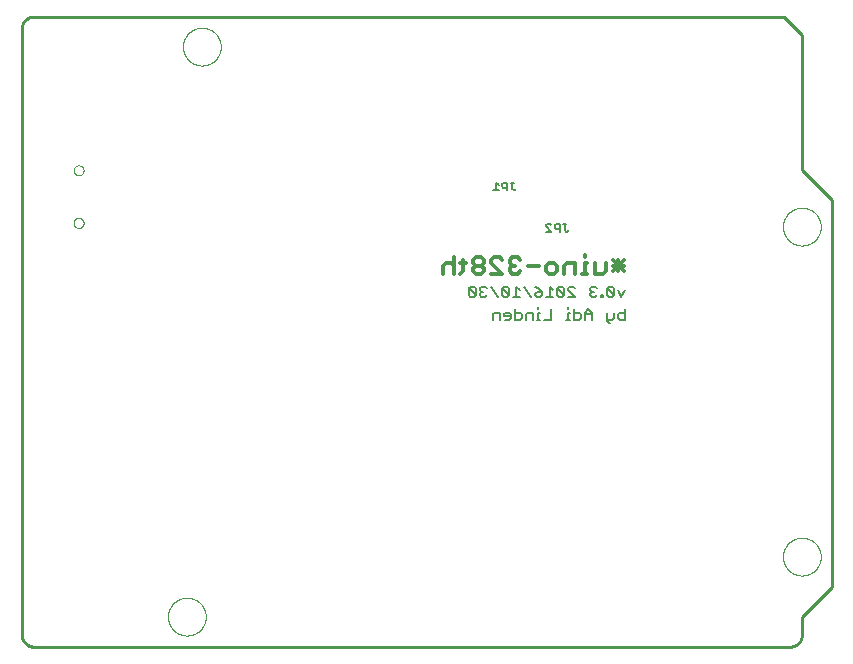
<source format=gbo>
G75*
%MOIN*%
%OFA0B0*%
%FSLAX25Y25*%
%IPPOS*%
%LPD*%
%AMOC8*
5,1,8,0,0,1.08239X$1,22.5*
%
%ADD10C,0.01000*%
%ADD11C,0.00000*%
%ADD12C,0.01200*%
%ADD13C,0.00500*%
%ADD14C,0.00600*%
D10*
X0006695Y0005737D02*
X0006695Y0207863D01*
X0006697Y0207987D01*
X0006703Y0208110D01*
X0006712Y0208234D01*
X0006726Y0208356D01*
X0006743Y0208479D01*
X0006765Y0208601D01*
X0006790Y0208722D01*
X0006819Y0208842D01*
X0006851Y0208961D01*
X0006888Y0209080D01*
X0006928Y0209197D01*
X0006971Y0209312D01*
X0007019Y0209427D01*
X0007070Y0209539D01*
X0007124Y0209650D01*
X0007182Y0209760D01*
X0007243Y0209867D01*
X0007308Y0209973D01*
X0007376Y0210076D01*
X0007447Y0210177D01*
X0007521Y0210276D01*
X0007598Y0210373D01*
X0007679Y0210467D01*
X0007762Y0210558D01*
X0007848Y0210647D01*
X0007937Y0210733D01*
X0008028Y0210816D01*
X0008122Y0210897D01*
X0008219Y0210974D01*
X0008318Y0211048D01*
X0008419Y0211119D01*
X0008522Y0211187D01*
X0008628Y0211252D01*
X0008735Y0211313D01*
X0008845Y0211371D01*
X0008956Y0211425D01*
X0009068Y0211476D01*
X0009183Y0211524D01*
X0009298Y0211567D01*
X0009415Y0211607D01*
X0009534Y0211644D01*
X0009653Y0211676D01*
X0009773Y0211705D01*
X0009894Y0211730D01*
X0010016Y0211752D01*
X0010139Y0211769D01*
X0010261Y0211783D01*
X0010385Y0211792D01*
X0010508Y0211798D01*
X0010632Y0211800D01*
X0260695Y0211800D01*
X0266695Y0205800D01*
X0266695Y0160800D01*
X0276695Y0150800D01*
X0276695Y0021800D01*
X0266695Y0011800D01*
X0266695Y0005737D01*
X0266693Y0005613D01*
X0266687Y0005490D01*
X0266678Y0005366D01*
X0266664Y0005244D01*
X0266647Y0005121D01*
X0266625Y0004999D01*
X0266600Y0004878D01*
X0266571Y0004758D01*
X0266539Y0004639D01*
X0266502Y0004520D01*
X0266462Y0004403D01*
X0266419Y0004288D01*
X0266371Y0004173D01*
X0266320Y0004061D01*
X0266266Y0003950D01*
X0266208Y0003840D01*
X0266147Y0003733D01*
X0266082Y0003627D01*
X0266014Y0003524D01*
X0265943Y0003423D01*
X0265869Y0003324D01*
X0265792Y0003227D01*
X0265711Y0003133D01*
X0265628Y0003042D01*
X0265542Y0002953D01*
X0265453Y0002867D01*
X0265362Y0002784D01*
X0265268Y0002703D01*
X0265171Y0002626D01*
X0265072Y0002552D01*
X0264971Y0002481D01*
X0264868Y0002413D01*
X0264762Y0002348D01*
X0264655Y0002287D01*
X0264545Y0002229D01*
X0264434Y0002175D01*
X0264322Y0002124D01*
X0264207Y0002076D01*
X0264092Y0002033D01*
X0263975Y0001993D01*
X0263856Y0001956D01*
X0263737Y0001924D01*
X0263617Y0001895D01*
X0263496Y0001870D01*
X0263374Y0001848D01*
X0263251Y0001831D01*
X0263129Y0001817D01*
X0263005Y0001808D01*
X0262882Y0001802D01*
X0262758Y0001800D01*
X0010632Y0001800D01*
X0010508Y0001802D01*
X0010385Y0001808D01*
X0010261Y0001817D01*
X0010139Y0001831D01*
X0010016Y0001848D01*
X0009894Y0001870D01*
X0009773Y0001895D01*
X0009653Y0001924D01*
X0009534Y0001956D01*
X0009415Y0001993D01*
X0009298Y0002033D01*
X0009183Y0002076D01*
X0009068Y0002124D01*
X0008956Y0002175D01*
X0008845Y0002229D01*
X0008735Y0002287D01*
X0008628Y0002348D01*
X0008522Y0002413D01*
X0008419Y0002481D01*
X0008318Y0002552D01*
X0008219Y0002626D01*
X0008122Y0002703D01*
X0008028Y0002784D01*
X0007937Y0002867D01*
X0007848Y0002953D01*
X0007762Y0003042D01*
X0007679Y0003133D01*
X0007598Y0003227D01*
X0007521Y0003324D01*
X0007447Y0003423D01*
X0007376Y0003524D01*
X0007308Y0003627D01*
X0007243Y0003733D01*
X0007182Y0003840D01*
X0007124Y0003950D01*
X0007070Y0004061D01*
X0007019Y0004173D01*
X0006971Y0004288D01*
X0006928Y0004403D01*
X0006888Y0004520D01*
X0006851Y0004639D01*
X0006819Y0004758D01*
X0006790Y0004878D01*
X0006765Y0004999D01*
X0006743Y0005121D01*
X0006726Y0005244D01*
X0006712Y0005366D01*
X0006703Y0005490D01*
X0006697Y0005613D01*
X0006695Y0005737D01*
D11*
X0055396Y0011800D02*
X0055398Y0011958D01*
X0055404Y0012116D01*
X0055414Y0012274D01*
X0055428Y0012432D01*
X0055446Y0012589D01*
X0055467Y0012746D01*
X0055493Y0012902D01*
X0055523Y0013058D01*
X0055556Y0013213D01*
X0055594Y0013366D01*
X0055635Y0013519D01*
X0055680Y0013671D01*
X0055729Y0013822D01*
X0055782Y0013971D01*
X0055838Y0014119D01*
X0055898Y0014265D01*
X0055962Y0014410D01*
X0056030Y0014553D01*
X0056101Y0014695D01*
X0056175Y0014835D01*
X0056253Y0014972D01*
X0056335Y0015108D01*
X0056419Y0015242D01*
X0056508Y0015373D01*
X0056599Y0015502D01*
X0056694Y0015629D01*
X0056791Y0015754D01*
X0056892Y0015876D01*
X0056996Y0015995D01*
X0057103Y0016112D01*
X0057213Y0016226D01*
X0057326Y0016337D01*
X0057441Y0016446D01*
X0057559Y0016551D01*
X0057680Y0016653D01*
X0057803Y0016753D01*
X0057929Y0016849D01*
X0058057Y0016942D01*
X0058187Y0017032D01*
X0058320Y0017118D01*
X0058455Y0017202D01*
X0058591Y0017281D01*
X0058730Y0017358D01*
X0058871Y0017430D01*
X0059013Y0017500D01*
X0059157Y0017565D01*
X0059303Y0017627D01*
X0059450Y0017685D01*
X0059599Y0017740D01*
X0059749Y0017791D01*
X0059900Y0017838D01*
X0060052Y0017881D01*
X0060205Y0017920D01*
X0060360Y0017956D01*
X0060515Y0017987D01*
X0060671Y0018015D01*
X0060827Y0018039D01*
X0060984Y0018059D01*
X0061142Y0018075D01*
X0061299Y0018087D01*
X0061458Y0018095D01*
X0061616Y0018099D01*
X0061774Y0018099D01*
X0061932Y0018095D01*
X0062091Y0018087D01*
X0062248Y0018075D01*
X0062406Y0018059D01*
X0062563Y0018039D01*
X0062719Y0018015D01*
X0062875Y0017987D01*
X0063030Y0017956D01*
X0063185Y0017920D01*
X0063338Y0017881D01*
X0063490Y0017838D01*
X0063641Y0017791D01*
X0063791Y0017740D01*
X0063940Y0017685D01*
X0064087Y0017627D01*
X0064233Y0017565D01*
X0064377Y0017500D01*
X0064519Y0017430D01*
X0064660Y0017358D01*
X0064799Y0017281D01*
X0064935Y0017202D01*
X0065070Y0017118D01*
X0065203Y0017032D01*
X0065333Y0016942D01*
X0065461Y0016849D01*
X0065587Y0016753D01*
X0065710Y0016653D01*
X0065831Y0016551D01*
X0065949Y0016446D01*
X0066064Y0016337D01*
X0066177Y0016226D01*
X0066287Y0016112D01*
X0066394Y0015995D01*
X0066498Y0015876D01*
X0066599Y0015754D01*
X0066696Y0015629D01*
X0066791Y0015502D01*
X0066882Y0015373D01*
X0066971Y0015242D01*
X0067055Y0015108D01*
X0067137Y0014972D01*
X0067215Y0014835D01*
X0067289Y0014695D01*
X0067360Y0014553D01*
X0067428Y0014410D01*
X0067492Y0014265D01*
X0067552Y0014119D01*
X0067608Y0013971D01*
X0067661Y0013822D01*
X0067710Y0013671D01*
X0067755Y0013519D01*
X0067796Y0013366D01*
X0067834Y0013213D01*
X0067867Y0013058D01*
X0067897Y0012902D01*
X0067923Y0012746D01*
X0067944Y0012589D01*
X0067962Y0012432D01*
X0067976Y0012274D01*
X0067986Y0012116D01*
X0067992Y0011958D01*
X0067994Y0011800D01*
X0067992Y0011642D01*
X0067986Y0011484D01*
X0067976Y0011326D01*
X0067962Y0011168D01*
X0067944Y0011011D01*
X0067923Y0010854D01*
X0067897Y0010698D01*
X0067867Y0010542D01*
X0067834Y0010387D01*
X0067796Y0010234D01*
X0067755Y0010081D01*
X0067710Y0009929D01*
X0067661Y0009778D01*
X0067608Y0009629D01*
X0067552Y0009481D01*
X0067492Y0009335D01*
X0067428Y0009190D01*
X0067360Y0009047D01*
X0067289Y0008905D01*
X0067215Y0008765D01*
X0067137Y0008628D01*
X0067055Y0008492D01*
X0066971Y0008358D01*
X0066882Y0008227D01*
X0066791Y0008098D01*
X0066696Y0007971D01*
X0066599Y0007846D01*
X0066498Y0007724D01*
X0066394Y0007605D01*
X0066287Y0007488D01*
X0066177Y0007374D01*
X0066064Y0007263D01*
X0065949Y0007154D01*
X0065831Y0007049D01*
X0065710Y0006947D01*
X0065587Y0006847D01*
X0065461Y0006751D01*
X0065333Y0006658D01*
X0065203Y0006568D01*
X0065070Y0006482D01*
X0064935Y0006398D01*
X0064799Y0006319D01*
X0064660Y0006242D01*
X0064519Y0006170D01*
X0064377Y0006100D01*
X0064233Y0006035D01*
X0064087Y0005973D01*
X0063940Y0005915D01*
X0063791Y0005860D01*
X0063641Y0005809D01*
X0063490Y0005762D01*
X0063338Y0005719D01*
X0063185Y0005680D01*
X0063030Y0005644D01*
X0062875Y0005613D01*
X0062719Y0005585D01*
X0062563Y0005561D01*
X0062406Y0005541D01*
X0062248Y0005525D01*
X0062091Y0005513D01*
X0061932Y0005505D01*
X0061774Y0005501D01*
X0061616Y0005501D01*
X0061458Y0005505D01*
X0061299Y0005513D01*
X0061142Y0005525D01*
X0060984Y0005541D01*
X0060827Y0005561D01*
X0060671Y0005585D01*
X0060515Y0005613D01*
X0060360Y0005644D01*
X0060205Y0005680D01*
X0060052Y0005719D01*
X0059900Y0005762D01*
X0059749Y0005809D01*
X0059599Y0005860D01*
X0059450Y0005915D01*
X0059303Y0005973D01*
X0059157Y0006035D01*
X0059013Y0006100D01*
X0058871Y0006170D01*
X0058730Y0006242D01*
X0058591Y0006319D01*
X0058455Y0006398D01*
X0058320Y0006482D01*
X0058187Y0006568D01*
X0058057Y0006658D01*
X0057929Y0006751D01*
X0057803Y0006847D01*
X0057680Y0006947D01*
X0057559Y0007049D01*
X0057441Y0007154D01*
X0057326Y0007263D01*
X0057213Y0007374D01*
X0057103Y0007488D01*
X0056996Y0007605D01*
X0056892Y0007724D01*
X0056791Y0007846D01*
X0056694Y0007971D01*
X0056599Y0008098D01*
X0056508Y0008227D01*
X0056419Y0008358D01*
X0056335Y0008492D01*
X0056253Y0008628D01*
X0056175Y0008765D01*
X0056101Y0008905D01*
X0056030Y0009047D01*
X0055962Y0009190D01*
X0055898Y0009335D01*
X0055838Y0009481D01*
X0055782Y0009629D01*
X0055729Y0009778D01*
X0055680Y0009929D01*
X0055635Y0010081D01*
X0055594Y0010234D01*
X0055556Y0010387D01*
X0055523Y0010542D01*
X0055493Y0010698D01*
X0055467Y0010854D01*
X0055446Y0011011D01*
X0055428Y0011168D01*
X0055414Y0011326D01*
X0055404Y0011484D01*
X0055398Y0011642D01*
X0055396Y0011800D01*
X0023940Y0143040D02*
X0023942Y0143121D01*
X0023948Y0143203D01*
X0023958Y0143284D01*
X0023972Y0143364D01*
X0023989Y0143443D01*
X0024011Y0143522D01*
X0024036Y0143599D01*
X0024065Y0143676D01*
X0024098Y0143750D01*
X0024135Y0143823D01*
X0024174Y0143894D01*
X0024218Y0143963D01*
X0024264Y0144030D01*
X0024314Y0144094D01*
X0024367Y0144156D01*
X0024423Y0144216D01*
X0024481Y0144272D01*
X0024543Y0144326D01*
X0024607Y0144377D01*
X0024673Y0144424D01*
X0024741Y0144468D01*
X0024812Y0144509D01*
X0024884Y0144546D01*
X0024959Y0144580D01*
X0025034Y0144610D01*
X0025112Y0144636D01*
X0025190Y0144659D01*
X0025269Y0144677D01*
X0025349Y0144692D01*
X0025430Y0144703D01*
X0025511Y0144710D01*
X0025593Y0144713D01*
X0025674Y0144712D01*
X0025755Y0144707D01*
X0025836Y0144698D01*
X0025917Y0144685D01*
X0025997Y0144668D01*
X0026075Y0144648D01*
X0026153Y0144623D01*
X0026230Y0144595D01*
X0026305Y0144563D01*
X0026378Y0144528D01*
X0026449Y0144489D01*
X0026519Y0144446D01*
X0026586Y0144401D01*
X0026652Y0144352D01*
X0026714Y0144300D01*
X0026774Y0144244D01*
X0026831Y0144186D01*
X0026886Y0144126D01*
X0026937Y0144062D01*
X0026985Y0143997D01*
X0027030Y0143929D01*
X0027072Y0143859D01*
X0027110Y0143787D01*
X0027145Y0143713D01*
X0027176Y0143638D01*
X0027203Y0143561D01*
X0027226Y0143483D01*
X0027246Y0143404D01*
X0027262Y0143324D01*
X0027274Y0143243D01*
X0027282Y0143162D01*
X0027286Y0143081D01*
X0027286Y0142999D01*
X0027282Y0142918D01*
X0027274Y0142837D01*
X0027262Y0142756D01*
X0027246Y0142676D01*
X0027226Y0142597D01*
X0027203Y0142519D01*
X0027176Y0142442D01*
X0027145Y0142367D01*
X0027110Y0142293D01*
X0027072Y0142221D01*
X0027030Y0142151D01*
X0026985Y0142083D01*
X0026937Y0142018D01*
X0026886Y0141954D01*
X0026831Y0141894D01*
X0026774Y0141836D01*
X0026714Y0141780D01*
X0026652Y0141728D01*
X0026586Y0141679D01*
X0026519Y0141634D01*
X0026450Y0141591D01*
X0026378Y0141552D01*
X0026305Y0141517D01*
X0026230Y0141485D01*
X0026153Y0141457D01*
X0026075Y0141432D01*
X0025997Y0141412D01*
X0025917Y0141395D01*
X0025836Y0141382D01*
X0025755Y0141373D01*
X0025674Y0141368D01*
X0025593Y0141367D01*
X0025511Y0141370D01*
X0025430Y0141377D01*
X0025349Y0141388D01*
X0025269Y0141403D01*
X0025190Y0141421D01*
X0025112Y0141444D01*
X0025034Y0141470D01*
X0024959Y0141500D01*
X0024884Y0141534D01*
X0024812Y0141571D01*
X0024741Y0141612D01*
X0024673Y0141656D01*
X0024607Y0141703D01*
X0024543Y0141754D01*
X0024481Y0141808D01*
X0024423Y0141864D01*
X0024367Y0141924D01*
X0024314Y0141986D01*
X0024264Y0142050D01*
X0024218Y0142117D01*
X0024174Y0142186D01*
X0024135Y0142257D01*
X0024098Y0142330D01*
X0024065Y0142404D01*
X0024036Y0142481D01*
X0024011Y0142558D01*
X0023989Y0142637D01*
X0023972Y0142716D01*
X0023958Y0142796D01*
X0023948Y0142877D01*
X0023942Y0142959D01*
X0023940Y0143040D01*
X0023940Y0160560D02*
X0023942Y0160641D01*
X0023948Y0160723D01*
X0023958Y0160804D01*
X0023972Y0160884D01*
X0023989Y0160963D01*
X0024011Y0161042D01*
X0024036Y0161119D01*
X0024065Y0161196D01*
X0024098Y0161270D01*
X0024135Y0161343D01*
X0024174Y0161414D01*
X0024218Y0161483D01*
X0024264Y0161550D01*
X0024314Y0161614D01*
X0024367Y0161676D01*
X0024423Y0161736D01*
X0024481Y0161792D01*
X0024543Y0161846D01*
X0024607Y0161897D01*
X0024673Y0161944D01*
X0024741Y0161988D01*
X0024812Y0162029D01*
X0024884Y0162066D01*
X0024959Y0162100D01*
X0025034Y0162130D01*
X0025112Y0162156D01*
X0025190Y0162179D01*
X0025269Y0162197D01*
X0025349Y0162212D01*
X0025430Y0162223D01*
X0025511Y0162230D01*
X0025593Y0162233D01*
X0025674Y0162232D01*
X0025755Y0162227D01*
X0025836Y0162218D01*
X0025917Y0162205D01*
X0025997Y0162188D01*
X0026075Y0162168D01*
X0026153Y0162143D01*
X0026230Y0162115D01*
X0026305Y0162083D01*
X0026378Y0162048D01*
X0026449Y0162009D01*
X0026519Y0161966D01*
X0026586Y0161921D01*
X0026652Y0161872D01*
X0026714Y0161820D01*
X0026774Y0161764D01*
X0026831Y0161706D01*
X0026886Y0161646D01*
X0026937Y0161582D01*
X0026985Y0161517D01*
X0027030Y0161449D01*
X0027072Y0161379D01*
X0027110Y0161307D01*
X0027145Y0161233D01*
X0027176Y0161158D01*
X0027203Y0161081D01*
X0027226Y0161003D01*
X0027246Y0160924D01*
X0027262Y0160844D01*
X0027274Y0160763D01*
X0027282Y0160682D01*
X0027286Y0160601D01*
X0027286Y0160519D01*
X0027282Y0160438D01*
X0027274Y0160357D01*
X0027262Y0160276D01*
X0027246Y0160196D01*
X0027226Y0160117D01*
X0027203Y0160039D01*
X0027176Y0159962D01*
X0027145Y0159887D01*
X0027110Y0159813D01*
X0027072Y0159741D01*
X0027030Y0159671D01*
X0026985Y0159603D01*
X0026937Y0159538D01*
X0026886Y0159474D01*
X0026831Y0159414D01*
X0026774Y0159356D01*
X0026714Y0159300D01*
X0026652Y0159248D01*
X0026586Y0159199D01*
X0026519Y0159154D01*
X0026450Y0159111D01*
X0026378Y0159072D01*
X0026305Y0159037D01*
X0026230Y0159005D01*
X0026153Y0158977D01*
X0026075Y0158952D01*
X0025997Y0158932D01*
X0025917Y0158915D01*
X0025836Y0158902D01*
X0025755Y0158893D01*
X0025674Y0158888D01*
X0025593Y0158887D01*
X0025511Y0158890D01*
X0025430Y0158897D01*
X0025349Y0158908D01*
X0025269Y0158923D01*
X0025190Y0158941D01*
X0025112Y0158964D01*
X0025034Y0158990D01*
X0024959Y0159020D01*
X0024884Y0159054D01*
X0024812Y0159091D01*
X0024741Y0159132D01*
X0024673Y0159176D01*
X0024607Y0159223D01*
X0024543Y0159274D01*
X0024481Y0159328D01*
X0024423Y0159384D01*
X0024367Y0159444D01*
X0024314Y0159506D01*
X0024264Y0159570D01*
X0024218Y0159637D01*
X0024174Y0159706D01*
X0024135Y0159777D01*
X0024098Y0159850D01*
X0024065Y0159924D01*
X0024036Y0160001D01*
X0024011Y0160078D01*
X0023989Y0160157D01*
X0023972Y0160236D01*
X0023958Y0160316D01*
X0023948Y0160397D01*
X0023942Y0160479D01*
X0023940Y0160560D01*
X0060396Y0201800D02*
X0060398Y0201958D01*
X0060404Y0202116D01*
X0060414Y0202274D01*
X0060428Y0202432D01*
X0060446Y0202589D01*
X0060467Y0202746D01*
X0060493Y0202902D01*
X0060523Y0203058D01*
X0060556Y0203213D01*
X0060594Y0203366D01*
X0060635Y0203519D01*
X0060680Y0203671D01*
X0060729Y0203822D01*
X0060782Y0203971D01*
X0060838Y0204119D01*
X0060898Y0204265D01*
X0060962Y0204410D01*
X0061030Y0204553D01*
X0061101Y0204695D01*
X0061175Y0204835D01*
X0061253Y0204972D01*
X0061335Y0205108D01*
X0061419Y0205242D01*
X0061508Y0205373D01*
X0061599Y0205502D01*
X0061694Y0205629D01*
X0061791Y0205754D01*
X0061892Y0205876D01*
X0061996Y0205995D01*
X0062103Y0206112D01*
X0062213Y0206226D01*
X0062326Y0206337D01*
X0062441Y0206446D01*
X0062559Y0206551D01*
X0062680Y0206653D01*
X0062803Y0206753D01*
X0062929Y0206849D01*
X0063057Y0206942D01*
X0063187Y0207032D01*
X0063320Y0207118D01*
X0063455Y0207202D01*
X0063591Y0207281D01*
X0063730Y0207358D01*
X0063871Y0207430D01*
X0064013Y0207500D01*
X0064157Y0207565D01*
X0064303Y0207627D01*
X0064450Y0207685D01*
X0064599Y0207740D01*
X0064749Y0207791D01*
X0064900Y0207838D01*
X0065052Y0207881D01*
X0065205Y0207920D01*
X0065360Y0207956D01*
X0065515Y0207987D01*
X0065671Y0208015D01*
X0065827Y0208039D01*
X0065984Y0208059D01*
X0066142Y0208075D01*
X0066299Y0208087D01*
X0066458Y0208095D01*
X0066616Y0208099D01*
X0066774Y0208099D01*
X0066932Y0208095D01*
X0067091Y0208087D01*
X0067248Y0208075D01*
X0067406Y0208059D01*
X0067563Y0208039D01*
X0067719Y0208015D01*
X0067875Y0207987D01*
X0068030Y0207956D01*
X0068185Y0207920D01*
X0068338Y0207881D01*
X0068490Y0207838D01*
X0068641Y0207791D01*
X0068791Y0207740D01*
X0068940Y0207685D01*
X0069087Y0207627D01*
X0069233Y0207565D01*
X0069377Y0207500D01*
X0069519Y0207430D01*
X0069660Y0207358D01*
X0069799Y0207281D01*
X0069935Y0207202D01*
X0070070Y0207118D01*
X0070203Y0207032D01*
X0070333Y0206942D01*
X0070461Y0206849D01*
X0070587Y0206753D01*
X0070710Y0206653D01*
X0070831Y0206551D01*
X0070949Y0206446D01*
X0071064Y0206337D01*
X0071177Y0206226D01*
X0071287Y0206112D01*
X0071394Y0205995D01*
X0071498Y0205876D01*
X0071599Y0205754D01*
X0071696Y0205629D01*
X0071791Y0205502D01*
X0071882Y0205373D01*
X0071971Y0205242D01*
X0072055Y0205108D01*
X0072137Y0204972D01*
X0072215Y0204835D01*
X0072289Y0204695D01*
X0072360Y0204553D01*
X0072428Y0204410D01*
X0072492Y0204265D01*
X0072552Y0204119D01*
X0072608Y0203971D01*
X0072661Y0203822D01*
X0072710Y0203671D01*
X0072755Y0203519D01*
X0072796Y0203366D01*
X0072834Y0203213D01*
X0072867Y0203058D01*
X0072897Y0202902D01*
X0072923Y0202746D01*
X0072944Y0202589D01*
X0072962Y0202432D01*
X0072976Y0202274D01*
X0072986Y0202116D01*
X0072992Y0201958D01*
X0072994Y0201800D01*
X0072992Y0201642D01*
X0072986Y0201484D01*
X0072976Y0201326D01*
X0072962Y0201168D01*
X0072944Y0201011D01*
X0072923Y0200854D01*
X0072897Y0200698D01*
X0072867Y0200542D01*
X0072834Y0200387D01*
X0072796Y0200234D01*
X0072755Y0200081D01*
X0072710Y0199929D01*
X0072661Y0199778D01*
X0072608Y0199629D01*
X0072552Y0199481D01*
X0072492Y0199335D01*
X0072428Y0199190D01*
X0072360Y0199047D01*
X0072289Y0198905D01*
X0072215Y0198765D01*
X0072137Y0198628D01*
X0072055Y0198492D01*
X0071971Y0198358D01*
X0071882Y0198227D01*
X0071791Y0198098D01*
X0071696Y0197971D01*
X0071599Y0197846D01*
X0071498Y0197724D01*
X0071394Y0197605D01*
X0071287Y0197488D01*
X0071177Y0197374D01*
X0071064Y0197263D01*
X0070949Y0197154D01*
X0070831Y0197049D01*
X0070710Y0196947D01*
X0070587Y0196847D01*
X0070461Y0196751D01*
X0070333Y0196658D01*
X0070203Y0196568D01*
X0070070Y0196482D01*
X0069935Y0196398D01*
X0069799Y0196319D01*
X0069660Y0196242D01*
X0069519Y0196170D01*
X0069377Y0196100D01*
X0069233Y0196035D01*
X0069087Y0195973D01*
X0068940Y0195915D01*
X0068791Y0195860D01*
X0068641Y0195809D01*
X0068490Y0195762D01*
X0068338Y0195719D01*
X0068185Y0195680D01*
X0068030Y0195644D01*
X0067875Y0195613D01*
X0067719Y0195585D01*
X0067563Y0195561D01*
X0067406Y0195541D01*
X0067248Y0195525D01*
X0067091Y0195513D01*
X0066932Y0195505D01*
X0066774Y0195501D01*
X0066616Y0195501D01*
X0066458Y0195505D01*
X0066299Y0195513D01*
X0066142Y0195525D01*
X0065984Y0195541D01*
X0065827Y0195561D01*
X0065671Y0195585D01*
X0065515Y0195613D01*
X0065360Y0195644D01*
X0065205Y0195680D01*
X0065052Y0195719D01*
X0064900Y0195762D01*
X0064749Y0195809D01*
X0064599Y0195860D01*
X0064450Y0195915D01*
X0064303Y0195973D01*
X0064157Y0196035D01*
X0064013Y0196100D01*
X0063871Y0196170D01*
X0063730Y0196242D01*
X0063591Y0196319D01*
X0063455Y0196398D01*
X0063320Y0196482D01*
X0063187Y0196568D01*
X0063057Y0196658D01*
X0062929Y0196751D01*
X0062803Y0196847D01*
X0062680Y0196947D01*
X0062559Y0197049D01*
X0062441Y0197154D01*
X0062326Y0197263D01*
X0062213Y0197374D01*
X0062103Y0197488D01*
X0061996Y0197605D01*
X0061892Y0197724D01*
X0061791Y0197846D01*
X0061694Y0197971D01*
X0061599Y0198098D01*
X0061508Y0198227D01*
X0061419Y0198358D01*
X0061335Y0198492D01*
X0061253Y0198628D01*
X0061175Y0198765D01*
X0061101Y0198905D01*
X0061030Y0199047D01*
X0060962Y0199190D01*
X0060898Y0199335D01*
X0060838Y0199481D01*
X0060782Y0199629D01*
X0060729Y0199778D01*
X0060680Y0199929D01*
X0060635Y0200081D01*
X0060594Y0200234D01*
X0060556Y0200387D01*
X0060523Y0200542D01*
X0060493Y0200698D01*
X0060467Y0200854D01*
X0060446Y0201011D01*
X0060428Y0201168D01*
X0060414Y0201326D01*
X0060404Y0201484D01*
X0060398Y0201642D01*
X0060396Y0201800D01*
X0260396Y0141800D02*
X0260398Y0141958D01*
X0260404Y0142116D01*
X0260414Y0142274D01*
X0260428Y0142432D01*
X0260446Y0142589D01*
X0260467Y0142746D01*
X0260493Y0142902D01*
X0260523Y0143058D01*
X0260556Y0143213D01*
X0260594Y0143366D01*
X0260635Y0143519D01*
X0260680Y0143671D01*
X0260729Y0143822D01*
X0260782Y0143971D01*
X0260838Y0144119D01*
X0260898Y0144265D01*
X0260962Y0144410D01*
X0261030Y0144553D01*
X0261101Y0144695D01*
X0261175Y0144835D01*
X0261253Y0144972D01*
X0261335Y0145108D01*
X0261419Y0145242D01*
X0261508Y0145373D01*
X0261599Y0145502D01*
X0261694Y0145629D01*
X0261791Y0145754D01*
X0261892Y0145876D01*
X0261996Y0145995D01*
X0262103Y0146112D01*
X0262213Y0146226D01*
X0262326Y0146337D01*
X0262441Y0146446D01*
X0262559Y0146551D01*
X0262680Y0146653D01*
X0262803Y0146753D01*
X0262929Y0146849D01*
X0263057Y0146942D01*
X0263187Y0147032D01*
X0263320Y0147118D01*
X0263455Y0147202D01*
X0263591Y0147281D01*
X0263730Y0147358D01*
X0263871Y0147430D01*
X0264013Y0147500D01*
X0264157Y0147565D01*
X0264303Y0147627D01*
X0264450Y0147685D01*
X0264599Y0147740D01*
X0264749Y0147791D01*
X0264900Y0147838D01*
X0265052Y0147881D01*
X0265205Y0147920D01*
X0265360Y0147956D01*
X0265515Y0147987D01*
X0265671Y0148015D01*
X0265827Y0148039D01*
X0265984Y0148059D01*
X0266142Y0148075D01*
X0266299Y0148087D01*
X0266458Y0148095D01*
X0266616Y0148099D01*
X0266774Y0148099D01*
X0266932Y0148095D01*
X0267091Y0148087D01*
X0267248Y0148075D01*
X0267406Y0148059D01*
X0267563Y0148039D01*
X0267719Y0148015D01*
X0267875Y0147987D01*
X0268030Y0147956D01*
X0268185Y0147920D01*
X0268338Y0147881D01*
X0268490Y0147838D01*
X0268641Y0147791D01*
X0268791Y0147740D01*
X0268940Y0147685D01*
X0269087Y0147627D01*
X0269233Y0147565D01*
X0269377Y0147500D01*
X0269519Y0147430D01*
X0269660Y0147358D01*
X0269799Y0147281D01*
X0269935Y0147202D01*
X0270070Y0147118D01*
X0270203Y0147032D01*
X0270333Y0146942D01*
X0270461Y0146849D01*
X0270587Y0146753D01*
X0270710Y0146653D01*
X0270831Y0146551D01*
X0270949Y0146446D01*
X0271064Y0146337D01*
X0271177Y0146226D01*
X0271287Y0146112D01*
X0271394Y0145995D01*
X0271498Y0145876D01*
X0271599Y0145754D01*
X0271696Y0145629D01*
X0271791Y0145502D01*
X0271882Y0145373D01*
X0271971Y0145242D01*
X0272055Y0145108D01*
X0272137Y0144972D01*
X0272215Y0144835D01*
X0272289Y0144695D01*
X0272360Y0144553D01*
X0272428Y0144410D01*
X0272492Y0144265D01*
X0272552Y0144119D01*
X0272608Y0143971D01*
X0272661Y0143822D01*
X0272710Y0143671D01*
X0272755Y0143519D01*
X0272796Y0143366D01*
X0272834Y0143213D01*
X0272867Y0143058D01*
X0272897Y0142902D01*
X0272923Y0142746D01*
X0272944Y0142589D01*
X0272962Y0142432D01*
X0272976Y0142274D01*
X0272986Y0142116D01*
X0272992Y0141958D01*
X0272994Y0141800D01*
X0272992Y0141642D01*
X0272986Y0141484D01*
X0272976Y0141326D01*
X0272962Y0141168D01*
X0272944Y0141011D01*
X0272923Y0140854D01*
X0272897Y0140698D01*
X0272867Y0140542D01*
X0272834Y0140387D01*
X0272796Y0140234D01*
X0272755Y0140081D01*
X0272710Y0139929D01*
X0272661Y0139778D01*
X0272608Y0139629D01*
X0272552Y0139481D01*
X0272492Y0139335D01*
X0272428Y0139190D01*
X0272360Y0139047D01*
X0272289Y0138905D01*
X0272215Y0138765D01*
X0272137Y0138628D01*
X0272055Y0138492D01*
X0271971Y0138358D01*
X0271882Y0138227D01*
X0271791Y0138098D01*
X0271696Y0137971D01*
X0271599Y0137846D01*
X0271498Y0137724D01*
X0271394Y0137605D01*
X0271287Y0137488D01*
X0271177Y0137374D01*
X0271064Y0137263D01*
X0270949Y0137154D01*
X0270831Y0137049D01*
X0270710Y0136947D01*
X0270587Y0136847D01*
X0270461Y0136751D01*
X0270333Y0136658D01*
X0270203Y0136568D01*
X0270070Y0136482D01*
X0269935Y0136398D01*
X0269799Y0136319D01*
X0269660Y0136242D01*
X0269519Y0136170D01*
X0269377Y0136100D01*
X0269233Y0136035D01*
X0269087Y0135973D01*
X0268940Y0135915D01*
X0268791Y0135860D01*
X0268641Y0135809D01*
X0268490Y0135762D01*
X0268338Y0135719D01*
X0268185Y0135680D01*
X0268030Y0135644D01*
X0267875Y0135613D01*
X0267719Y0135585D01*
X0267563Y0135561D01*
X0267406Y0135541D01*
X0267248Y0135525D01*
X0267091Y0135513D01*
X0266932Y0135505D01*
X0266774Y0135501D01*
X0266616Y0135501D01*
X0266458Y0135505D01*
X0266299Y0135513D01*
X0266142Y0135525D01*
X0265984Y0135541D01*
X0265827Y0135561D01*
X0265671Y0135585D01*
X0265515Y0135613D01*
X0265360Y0135644D01*
X0265205Y0135680D01*
X0265052Y0135719D01*
X0264900Y0135762D01*
X0264749Y0135809D01*
X0264599Y0135860D01*
X0264450Y0135915D01*
X0264303Y0135973D01*
X0264157Y0136035D01*
X0264013Y0136100D01*
X0263871Y0136170D01*
X0263730Y0136242D01*
X0263591Y0136319D01*
X0263455Y0136398D01*
X0263320Y0136482D01*
X0263187Y0136568D01*
X0263057Y0136658D01*
X0262929Y0136751D01*
X0262803Y0136847D01*
X0262680Y0136947D01*
X0262559Y0137049D01*
X0262441Y0137154D01*
X0262326Y0137263D01*
X0262213Y0137374D01*
X0262103Y0137488D01*
X0261996Y0137605D01*
X0261892Y0137724D01*
X0261791Y0137846D01*
X0261694Y0137971D01*
X0261599Y0138098D01*
X0261508Y0138227D01*
X0261419Y0138358D01*
X0261335Y0138492D01*
X0261253Y0138628D01*
X0261175Y0138765D01*
X0261101Y0138905D01*
X0261030Y0139047D01*
X0260962Y0139190D01*
X0260898Y0139335D01*
X0260838Y0139481D01*
X0260782Y0139629D01*
X0260729Y0139778D01*
X0260680Y0139929D01*
X0260635Y0140081D01*
X0260594Y0140234D01*
X0260556Y0140387D01*
X0260523Y0140542D01*
X0260493Y0140698D01*
X0260467Y0140854D01*
X0260446Y0141011D01*
X0260428Y0141168D01*
X0260414Y0141326D01*
X0260404Y0141484D01*
X0260398Y0141642D01*
X0260396Y0141800D01*
X0260396Y0031800D02*
X0260398Y0031958D01*
X0260404Y0032116D01*
X0260414Y0032274D01*
X0260428Y0032432D01*
X0260446Y0032589D01*
X0260467Y0032746D01*
X0260493Y0032902D01*
X0260523Y0033058D01*
X0260556Y0033213D01*
X0260594Y0033366D01*
X0260635Y0033519D01*
X0260680Y0033671D01*
X0260729Y0033822D01*
X0260782Y0033971D01*
X0260838Y0034119D01*
X0260898Y0034265D01*
X0260962Y0034410D01*
X0261030Y0034553D01*
X0261101Y0034695D01*
X0261175Y0034835D01*
X0261253Y0034972D01*
X0261335Y0035108D01*
X0261419Y0035242D01*
X0261508Y0035373D01*
X0261599Y0035502D01*
X0261694Y0035629D01*
X0261791Y0035754D01*
X0261892Y0035876D01*
X0261996Y0035995D01*
X0262103Y0036112D01*
X0262213Y0036226D01*
X0262326Y0036337D01*
X0262441Y0036446D01*
X0262559Y0036551D01*
X0262680Y0036653D01*
X0262803Y0036753D01*
X0262929Y0036849D01*
X0263057Y0036942D01*
X0263187Y0037032D01*
X0263320Y0037118D01*
X0263455Y0037202D01*
X0263591Y0037281D01*
X0263730Y0037358D01*
X0263871Y0037430D01*
X0264013Y0037500D01*
X0264157Y0037565D01*
X0264303Y0037627D01*
X0264450Y0037685D01*
X0264599Y0037740D01*
X0264749Y0037791D01*
X0264900Y0037838D01*
X0265052Y0037881D01*
X0265205Y0037920D01*
X0265360Y0037956D01*
X0265515Y0037987D01*
X0265671Y0038015D01*
X0265827Y0038039D01*
X0265984Y0038059D01*
X0266142Y0038075D01*
X0266299Y0038087D01*
X0266458Y0038095D01*
X0266616Y0038099D01*
X0266774Y0038099D01*
X0266932Y0038095D01*
X0267091Y0038087D01*
X0267248Y0038075D01*
X0267406Y0038059D01*
X0267563Y0038039D01*
X0267719Y0038015D01*
X0267875Y0037987D01*
X0268030Y0037956D01*
X0268185Y0037920D01*
X0268338Y0037881D01*
X0268490Y0037838D01*
X0268641Y0037791D01*
X0268791Y0037740D01*
X0268940Y0037685D01*
X0269087Y0037627D01*
X0269233Y0037565D01*
X0269377Y0037500D01*
X0269519Y0037430D01*
X0269660Y0037358D01*
X0269799Y0037281D01*
X0269935Y0037202D01*
X0270070Y0037118D01*
X0270203Y0037032D01*
X0270333Y0036942D01*
X0270461Y0036849D01*
X0270587Y0036753D01*
X0270710Y0036653D01*
X0270831Y0036551D01*
X0270949Y0036446D01*
X0271064Y0036337D01*
X0271177Y0036226D01*
X0271287Y0036112D01*
X0271394Y0035995D01*
X0271498Y0035876D01*
X0271599Y0035754D01*
X0271696Y0035629D01*
X0271791Y0035502D01*
X0271882Y0035373D01*
X0271971Y0035242D01*
X0272055Y0035108D01*
X0272137Y0034972D01*
X0272215Y0034835D01*
X0272289Y0034695D01*
X0272360Y0034553D01*
X0272428Y0034410D01*
X0272492Y0034265D01*
X0272552Y0034119D01*
X0272608Y0033971D01*
X0272661Y0033822D01*
X0272710Y0033671D01*
X0272755Y0033519D01*
X0272796Y0033366D01*
X0272834Y0033213D01*
X0272867Y0033058D01*
X0272897Y0032902D01*
X0272923Y0032746D01*
X0272944Y0032589D01*
X0272962Y0032432D01*
X0272976Y0032274D01*
X0272986Y0032116D01*
X0272992Y0031958D01*
X0272994Y0031800D01*
X0272992Y0031642D01*
X0272986Y0031484D01*
X0272976Y0031326D01*
X0272962Y0031168D01*
X0272944Y0031011D01*
X0272923Y0030854D01*
X0272897Y0030698D01*
X0272867Y0030542D01*
X0272834Y0030387D01*
X0272796Y0030234D01*
X0272755Y0030081D01*
X0272710Y0029929D01*
X0272661Y0029778D01*
X0272608Y0029629D01*
X0272552Y0029481D01*
X0272492Y0029335D01*
X0272428Y0029190D01*
X0272360Y0029047D01*
X0272289Y0028905D01*
X0272215Y0028765D01*
X0272137Y0028628D01*
X0272055Y0028492D01*
X0271971Y0028358D01*
X0271882Y0028227D01*
X0271791Y0028098D01*
X0271696Y0027971D01*
X0271599Y0027846D01*
X0271498Y0027724D01*
X0271394Y0027605D01*
X0271287Y0027488D01*
X0271177Y0027374D01*
X0271064Y0027263D01*
X0270949Y0027154D01*
X0270831Y0027049D01*
X0270710Y0026947D01*
X0270587Y0026847D01*
X0270461Y0026751D01*
X0270333Y0026658D01*
X0270203Y0026568D01*
X0270070Y0026482D01*
X0269935Y0026398D01*
X0269799Y0026319D01*
X0269660Y0026242D01*
X0269519Y0026170D01*
X0269377Y0026100D01*
X0269233Y0026035D01*
X0269087Y0025973D01*
X0268940Y0025915D01*
X0268791Y0025860D01*
X0268641Y0025809D01*
X0268490Y0025762D01*
X0268338Y0025719D01*
X0268185Y0025680D01*
X0268030Y0025644D01*
X0267875Y0025613D01*
X0267719Y0025585D01*
X0267563Y0025561D01*
X0267406Y0025541D01*
X0267248Y0025525D01*
X0267091Y0025513D01*
X0266932Y0025505D01*
X0266774Y0025501D01*
X0266616Y0025501D01*
X0266458Y0025505D01*
X0266299Y0025513D01*
X0266142Y0025525D01*
X0265984Y0025541D01*
X0265827Y0025561D01*
X0265671Y0025585D01*
X0265515Y0025613D01*
X0265360Y0025644D01*
X0265205Y0025680D01*
X0265052Y0025719D01*
X0264900Y0025762D01*
X0264749Y0025809D01*
X0264599Y0025860D01*
X0264450Y0025915D01*
X0264303Y0025973D01*
X0264157Y0026035D01*
X0264013Y0026100D01*
X0263871Y0026170D01*
X0263730Y0026242D01*
X0263591Y0026319D01*
X0263455Y0026398D01*
X0263320Y0026482D01*
X0263187Y0026568D01*
X0263057Y0026658D01*
X0262929Y0026751D01*
X0262803Y0026847D01*
X0262680Y0026947D01*
X0262559Y0027049D01*
X0262441Y0027154D01*
X0262326Y0027263D01*
X0262213Y0027374D01*
X0262103Y0027488D01*
X0261996Y0027605D01*
X0261892Y0027724D01*
X0261791Y0027846D01*
X0261694Y0027971D01*
X0261599Y0028098D01*
X0261508Y0028227D01*
X0261419Y0028358D01*
X0261335Y0028492D01*
X0261253Y0028628D01*
X0261175Y0028765D01*
X0261101Y0028905D01*
X0261030Y0029047D01*
X0260962Y0029190D01*
X0260898Y0029335D01*
X0260838Y0029481D01*
X0260782Y0029629D01*
X0260729Y0029778D01*
X0260680Y0029929D01*
X0260635Y0030081D01*
X0260594Y0030234D01*
X0260556Y0030387D01*
X0260523Y0030542D01*
X0260493Y0030698D01*
X0260467Y0030854D01*
X0260446Y0031011D01*
X0260428Y0031168D01*
X0260414Y0031326D01*
X0260404Y0031484D01*
X0260398Y0031642D01*
X0260396Y0031800D01*
D12*
X0207345Y0127051D02*
X0203742Y0130654D01*
X0203742Y0128852D02*
X0207345Y0128852D01*
X0207345Y0130654D02*
X0203742Y0127051D01*
X0205544Y0127051D02*
X0205544Y0130654D01*
X0201268Y0129753D02*
X0201268Y0127051D01*
X0200367Y0126150D01*
X0197665Y0126150D01*
X0197665Y0129753D01*
X0195191Y0129753D02*
X0194290Y0129753D01*
X0194290Y0126150D01*
X0195191Y0126150D02*
X0193389Y0126150D01*
X0191139Y0126150D02*
X0191139Y0129753D01*
X0188437Y0129753D01*
X0187536Y0128852D01*
X0187536Y0126150D01*
X0185062Y0127051D02*
X0185062Y0128852D01*
X0184161Y0129753D01*
X0182360Y0129753D01*
X0181459Y0128852D01*
X0181459Y0127051D01*
X0182360Y0126150D01*
X0184161Y0126150D01*
X0185062Y0127051D01*
X0178985Y0128852D02*
X0175382Y0128852D01*
X0172908Y0127051D02*
X0172007Y0126150D01*
X0170206Y0126150D01*
X0169305Y0127051D01*
X0169305Y0127952D01*
X0170206Y0128852D01*
X0171106Y0128852D01*
X0170206Y0128852D02*
X0169305Y0129753D01*
X0169305Y0130654D01*
X0170206Y0131555D01*
X0172007Y0131555D01*
X0172908Y0130654D01*
X0166831Y0130654D02*
X0165930Y0131555D01*
X0164128Y0131555D01*
X0163228Y0130654D01*
X0163228Y0129753D01*
X0166831Y0126150D01*
X0163228Y0126150D01*
X0160753Y0127051D02*
X0160753Y0127952D01*
X0159853Y0128852D01*
X0158051Y0128852D01*
X0157150Y0127952D01*
X0157150Y0127051D01*
X0158051Y0126150D01*
X0159853Y0126150D01*
X0160753Y0127051D01*
X0159853Y0128852D02*
X0160753Y0129753D01*
X0160753Y0130654D01*
X0159853Y0131555D01*
X0158051Y0131555D01*
X0157150Y0130654D01*
X0157150Y0129753D01*
X0158051Y0128852D01*
X0154676Y0129753D02*
X0152875Y0129753D01*
X0153776Y0130654D02*
X0153776Y0127051D01*
X0152875Y0126150D01*
X0150625Y0126150D02*
X0150625Y0131555D01*
X0149724Y0129753D02*
X0147923Y0129753D01*
X0147022Y0128852D01*
X0147022Y0126150D01*
X0150625Y0128852D02*
X0149724Y0129753D01*
X0194290Y0131555D02*
X0194290Y0132455D01*
D13*
X0196736Y0121803D02*
X0196152Y0121219D01*
X0196152Y0120635D01*
X0196736Y0120051D01*
X0196152Y0119468D01*
X0196152Y0118884D01*
X0196736Y0118300D01*
X0197904Y0118300D01*
X0198487Y0118884D01*
X0199745Y0118884D02*
X0199745Y0118300D01*
X0200329Y0118300D01*
X0200329Y0118884D01*
X0199745Y0118884D01*
X0201677Y0118884D02*
X0201677Y0121219D01*
X0204012Y0118884D01*
X0203428Y0118300D01*
X0202261Y0118300D01*
X0201677Y0118884D01*
X0204012Y0118884D02*
X0204012Y0121219D01*
X0203428Y0121803D01*
X0202261Y0121803D01*
X0201677Y0121219D01*
X0198487Y0121219D02*
X0197904Y0121803D01*
X0196736Y0121803D01*
X0196736Y0120051D02*
X0197320Y0120051D01*
X0191121Y0121219D02*
X0190537Y0121803D01*
X0189370Y0121803D01*
X0188786Y0121219D01*
X0188786Y0120635D01*
X0191121Y0118300D01*
X0188786Y0118300D01*
X0187438Y0118884D02*
X0185103Y0121219D01*
X0185103Y0118884D01*
X0185686Y0118300D01*
X0186854Y0118300D01*
X0187438Y0118884D01*
X0187438Y0121219D01*
X0186854Y0121803D01*
X0185686Y0121803D01*
X0185103Y0121219D01*
X0183755Y0120635D02*
X0182587Y0121803D01*
X0182587Y0118300D01*
X0181420Y0118300D02*
X0183755Y0118300D01*
X0180072Y0118884D02*
X0180072Y0120051D01*
X0178320Y0120051D01*
X0177736Y0119468D01*
X0177736Y0118884D01*
X0178320Y0118300D01*
X0179488Y0118300D01*
X0180072Y0118884D01*
X0180072Y0120051D02*
X0178904Y0121219D01*
X0177736Y0121803D01*
X0174053Y0121803D02*
X0176389Y0118300D01*
X0172705Y0118300D02*
X0170370Y0118300D01*
X0171538Y0118300D02*
X0171538Y0121803D01*
X0172705Y0120635D01*
X0169022Y0121219D02*
X0169022Y0118884D01*
X0166687Y0121219D01*
X0166687Y0118884D01*
X0167271Y0118300D01*
X0168438Y0118300D01*
X0169022Y0118884D01*
X0169022Y0121219D02*
X0168438Y0121803D01*
X0167271Y0121803D01*
X0166687Y0121219D01*
X0165339Y0118300D02*
X0163004Y0121803D01*
X0161656Y0121219D02*
X0161072Y0121803D01*
X0159904Y0121803D01*
X0159321Y0121219D01*
X0159321Y0120635D01*
X0159904Y0120051D01*
X0159321Y0119468D01*
X0159321Y0118884D01*
X0159904Y0118300D01*
X0161072Y0118300D01*
X0161656Y0118884D01*
X0160488Y0120051D02*
X0159904Y0120051D01*
X0157973Y0118884D02*
X0155638Y0121219D01*
X0155638Y0118884D01*
X0156221Y0118300D01*
X0157389Y0118300D01*
X0157973Y0118884D01*
X0157973Y0121219D01*
X0157389Y0121803D01*
X0156221Y0121803D01*
X0155638Y0121219D01*
X0164201Y0113135D02*
X0163618Y0112551D01*
X0163618Y0110800D01*
X0165953Y0110800D02*
X0165953Y0113135D01*
X0164201Y0113135D01*
X0167301Y0112551D02*
X0167301Y0111968D01*
X0169636Y0111968D01*
X0169636Y0112551D02*
X0169052Y0113135D01*
X0167885Y0113135D01*
X0167301Y0112551D01*
X0167885Y0110800D02*
X0169052Y0110800D01*
X0169636Y0111384D01*
X0169636Y0112551D01*
X0170984Y0113135D02*
X0172735Y0113135D01*
X0173319Y0112551D01*
X0173319Y0111384D01*
X0172735Y0110800D01*
X0170984Y0110800D01*
X0170984Y0114303D01*
X0174667Y0112551D02*
X0174667Y0110800D01*
X0174667Y0112551D02*
X0175251Y0113135D01*
X0177002Y0113135D01*
X0177002Y0110800D01*
X0178290Y0110800D02*
X0179458Y0110800D01*
X0178874Y0110800D02*
X0178874Y0113135D01*
X0179458Y0113135D01*
X0178874Y0114303D02*
X0178874Y0114887D01*
X0183141Y0114303D02*
X0183141Y0110800D01*
X0180806Y0110800D01*
X0188112Y0110800D02*
X0189280Y0110800D01*
X0188696Y0110800D02*
X0188696Y0113135D01*
X0189280Y0113135D01*
X0188696Y0114303D02*
X0188696Y0114887D01*
X0190627Y0114303D02*
X0190627Y0110800D01*
X0192379Y0110800D01*
X0192963Y0111384D01*
X0192963Y0112551D01*
X0192379Y0113135D01*
X0190627Y0113135D01*
X0194311Y0113135D02*
X0194311Y0110800D01*
X0194311Y0112551D02*
X0196646Y0112551D01*
X0196646Y0113135D02*
X0196646Y0110800D01*
X0196646Y0113135D02*
X0195478Y0114303D01*
X0194311Y0113135D01*
X0201677Y0113135D02*
X0201677Y0110216D01*
X0202261Y0109632D01*
X0202844Y0109632D01*
X0203428Y0110800D02*
X0201677Y0110800D01*
X0203428Y0110800D02*
X0204012Y0111384D01*
X0204012Y0113135D01*
X0205360Y0112551D02*
X0205944Y0113135D01*
X0207695Y0113135D01*
X0207695Y0114303D02*
X0207695Y0110800D01*
X0205944Y0110800D01*
X0205360Y0111384D01*
X0205360Y0112551D01*
X0206528Y0118300D02*
X0205360Y0120635D01*
X0207695Y0120635D02*
X0206528Y0118300D01*
D14*
X0188551Y0140150D02*
X0188117Y0140150D01*
X0187684Y0140584D01*
X0187684Y0142752D01*
X0188117Y0142752D02*
X0187250Y0142752D01*
X0186038Y0142752D02*
X0186038Y0140150D01*
X0186038Y0141017D02*
X0184737Y0141017D01*
X0184304Y0141451D01*
X0184304Y0142319D01*
X0184737Y0142752D01*
X0186038Y0142752D01*
X0183092Y0142319D02*
X0182658Y0142752D01*
X0181791Y0142752D01*
X0181357Y0142319D01*
X0181357Y0141885D01*
X0183092Y0140150D01*
X0181357Y0140150D01*
X0188551Y0140150D02*
X0188985Y0140584D01*
X0171485Y0154334D02*
X0171051Y0153900D01*
X0170617Y0153900D01*
X0170184Y0154334D01*
X0170184Y0156502D01*
X0170617Y0156502D02*
X0169750Y0156502D01*
X0168538Y0156502D02*
X0167237Y0156502D01*
X0166804Y0156069D01*
X0166804Y0155201D01*
X0167237Y0154767D01*
X0168538Y0154767D01*
X0168538Y0153900D02*
X0168538Y0156502D01*
X0165592Y0155635D02*
X0164724Y0156502D01*
X0164724Y0153900D01*
X0163857Y0153900D02*
X0165592Y0153900D01*
M02*

</source>
